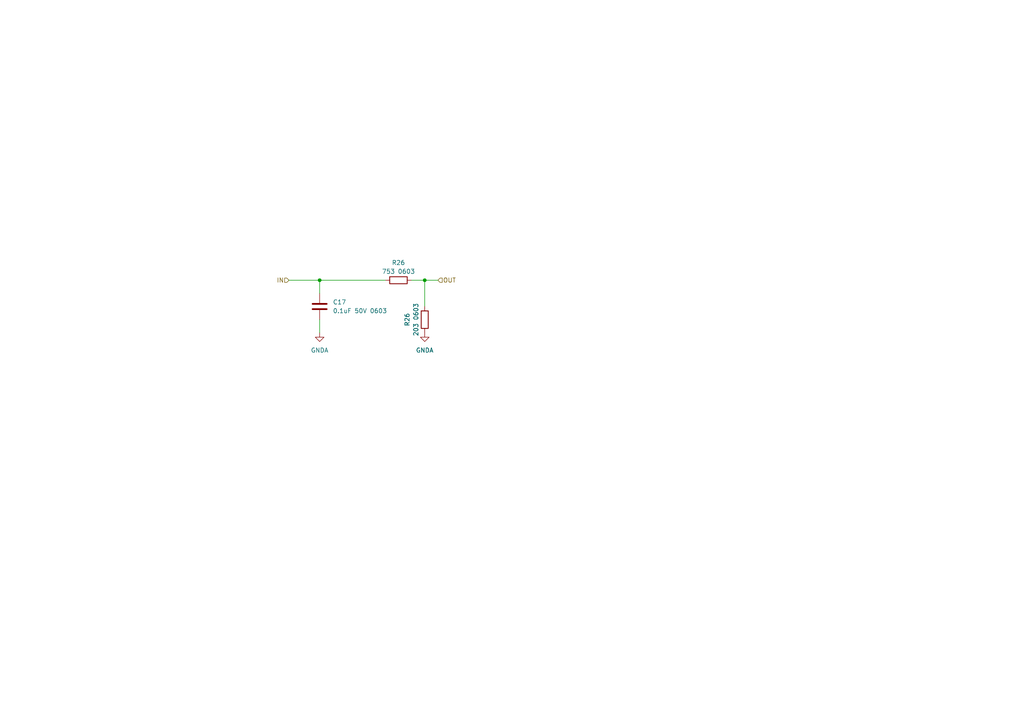
<source format=kicad_sch>
(kicad_sch (version 20230121) (generator eeschema)
  (paper "A4")
  (lib_symbols
    (symbol "Device:C" (pin_numbers hide) (pin_names (offset 0.254))
      (property "Reference" "C" (at 0.635 2.54 0))
      (property "Value" "C" (at 0.635 -2.54 0))
      (symbol "C_0_1"
        (polyline (pts (xy -2.032 -0.762) (xy 2.032 -0.762)) (stroke (width 0.508)))
        (polyline (pts (xy -2.032 0.762) (xy 2.032 0.762)) (stroke (width 0.508)))
      )
      (symbol "C_1_1"
        (pin passive line (at 0 3.81 270) (length 2.794) (name "~") (number "1"))
        (pin passive line (at 0 -3.81 90) (length 2.794) (name "~") (number "2"))
      )
    )
    (symbol "Device:R" (pin_numbers hide) (pin_names (offset 0))
      (property "Reference" "R" (at 2.032 0 90))
      (property "Value" "R" (at 0 0 90))
      (symbol "R_0_1"
        (rectangle (start -1.016 -2.54) (end 1.016 2.54) (stroke (width 0.254)))
      )
      (symbol "R_1_1"
        (pin passive line (at 0 3.81 270) (length 1.27) (name "~") (number "1"))
        (pin passive line (at 0 -3.81 90) (length 1.27) (name "~") (number "2"))
      )
    )
    (symbol "PCM_4ms_Power-symbol:GNDA" (power) (pin_numbers hide) (pin_names (offset 0) hide)
      (property "Value" "GNDA" (at 0 -3.81 0))
      (symbol "GNDA_0_1"
        (polyline (pts (xy 0 0) (xy 0 -1.27) (xy 1.27 -1.27) (xy 0 -2.54) (xy -1.27 -1.27) (xy 0 -1.27)))
      )
      (symbol "GNDA_1_1"
        (pin power_in line (at 0 0 270) (length 0) hide (name "GNDA") (number "1"))
      )
    )
  )
  (junction (at 123.19 81.28))
  (junction (at 92.71 81.28))
  (wire (pts (xy 92.71 92.71) (xy 92.71 96.52)))
  (wire (pts (xy 123.19 81.28) (xy 127 81.28)))
  (wire (pts (xy 83.82 81.28) (xy 92.71 81.28)))
  (wire (pts (xy 92.71 81.28) (xy 111.76 81.28)))
  (wire (pts (xy 92.71 81.28) (xy 92.71 85.09)))
  (wire (pts (xy 123.19 88.9) (xy 123.19 81.28)))
  (wire (pts (xy 123.19 81.28) (xy 119.38 81.28)))
  (hierarchical_label "IN" (shape input) (at 83.82 81.28 180))
  (hierarchical_label "OUT" (shape input) (at 127 81.28 0))
  (symbol (lib_id "Device:R") (at 115.57 81.28 90) (unit 1)
    (property "Reference" "R26" (at 115.57 76.2 90))
    (property "Value" "753 0603" (at 115.57 78.74 90))
    (property "Footprint" "PCM_Resistor_SMD_AKL:R_0603_1608Metric_Pad1.05x0.95mm_HandSolder" (effects hide))
    (instances (project "Плата дискретных входов" (path "" (reference "R26") (unit 1)) (path "" (reference "R28") (unit 1)) (path "" (reference "R59") (unit 1)) (path "" (reference "R61") (unit 1)) (path "" (reference "R63") (unit 1)) (path "" (reference "R65") (unit 1)) (path "" (reference "R67") (unit 1)) (path "" (reference "R69") (unit 1)) (path "" (reference "R71") (unit 1)) (path "" (reference "R73") (unit 1)) (path "" (reference "R75") (unit 1)) (path "" (reference "R77") (unit 1)) (path "" (reference "R79") (unit 1)) (path "" (reference "R81") (unit 1)) (path "" (reference "R83") (unit 1)) (path "" (reference "R85") (unit 1))))
  )
  (symbol (lib_id "PCM_4ms_Power-symbol:GNDA") (at 123.19 96.52 0) (unit 1)
    (property "Reference" "#PWR048" (effects hide))
    (property "Value" "GNDA" (at 123.19 101.6 0))
    (instances (project "Плата дискретных входов" (path "" (reference "#PWR048") (unit 1)) (path "" (reference "#PWR067") (unit 1)) (path "" (reference "#PWR069") (unit 1)) (path "" (reference "#PWR071") (unit 1)) (path "" (reference "#PWR073") (unit 1)) (path "" (reference "#PWR075") (unit 1)) (path "" (reference "#PWR077") (unit 1)) (path "" (reference "#PWR079") (unit 1)) (path "" (reference "#PWR081") (unit 1)) (path "" (reference "#PWR083") (unit 1)) (path "" (reference "#PWR085") (unit 1)) (path "" (reference "#PWR087") (unit 1)) (path "" (reference "#PWR089") (unit 1)) (path "" (reference "#PWR091") (unit 1)) (path "" (reference "#PWR093") (unit 1))) (project "Плата фото светодиоды" (path "" (reference "#PWR03") (unit 1))))
  )
  (symbol (lib_id "Device:R") (at 123.19 92.71 180) (unit 1)
    (property "Reference" "R26" (at 118.11 92.71 90))
    (property "Value" "203 0603" (at 120.65 92.71 90))
    (property "Footprint" "PCM_Resistor_SMD_AKL:R_0603_1608Metric_Pad1.05x0.95mm_HandSolder" (effects hide))
    (instances (project "Плата дискретных входов" (path "" (reference "R26") (unit 1)) (path "" (reference "R28") (unit 1)) (path "" (reference "R60") (unit 1)) (path "" (reference "R62") (unit 1)) (path "" (reference "R64") (unit 1)) (path "" (reference "R66") (unit 1)) (path "" (reference "R68") (unit 1)) (path "" (reference "R70") (unit 1)) (path "" (reference "R72") (unit 1)) (path "" (reference "R74") (unit 1)) (path "" (reference "R76") (unit 1)) (path "" (reference "R78") (unit 1)) (path "" (reference "R80") (unit 1)) (path "" (reference "R82") (unit 1)) (path "" (reference "R84") (unit 1)) (path "" (reference "R86") (unit 1))))
  )
  (symbol (lib_id "Device:C") (at 92.71 88.9 0) (unit 1)
    (property "Reference" "C17" (at 96.52 87.63 0) (effects (justify left)))
    (property "Value" "0.1uF 50V 0603" (at 96.52 90.17 0) (effects (justify left)))
    (property "Footprint" "Capacitor_SMD:C_0603_1608Metric_Pad1.08x0.95mm_HandSolder" (effects hide))
    (instances (project "Плата дискретных входов" (path "" (reference "C17") (unit 1)) (path "" (reference "C18") (unit 1)) (path "" (reference "C19") (unit 1)) (path "" (reference "C20") (unit 1)) (path "" (reference "C21") (unit 1)) (path "" (reference "C22") (unit 1)) (path "" (reference "C23") (unit 1)) (path "" (reference "C24") (unit 1)) (path "" (reference "C25") (unit 1)) (path "" (reference "C26") (unit 1)) (path "" (reference "C27") (unit 1)) (path "" (reference "C28") (unit 1)) (path "" (reference "C29") (unit 1)) (path "" (reference "C30") (unit 1))))
  )
  (symbol (lib_id "PCM_4ms_Power-symbol:GNDA") (at 92.71 96.52 0) (unit 1)
    (property "Reference" "#PWR048" (effects hide))
    (property "Value" "GNDA" (at 92.71 101.6 0))
    (instances (project "Плата дискретных входов" (path "" (reference "#PWR048") (unit 1)) (path "" (reference "#PWR066") (unit 1)) (path "" (reference "#PWR068") (unit 1)) (path "" (reference "#PWR070") (unit 1)) (path "" (reference "#PWR072") (unit 1)) (path "" (reference "#PWR074") (unit 1)) (path "" (reference "#PWR076") (unit 1)) (path "" (reference "#PWR078") (unit 1)) (path "" (reference "#PWR080") (unit 1)) (path "" (reference "#PWR082") (unit 1)) (path "" (reference "#PWR084") (unit 1)) (path "" (reference "#PWR086") (unit 1)) (path "" (reference "#PWR088") (unit 1)) (path "" (reference "#PWR090") (unit 1)) (path "" (reference "#PWR092") (unit 1))) (project "Плата фото светодиоды" (path "" (reference "#PWR03") (unit 1))))
  )
)
</source>
